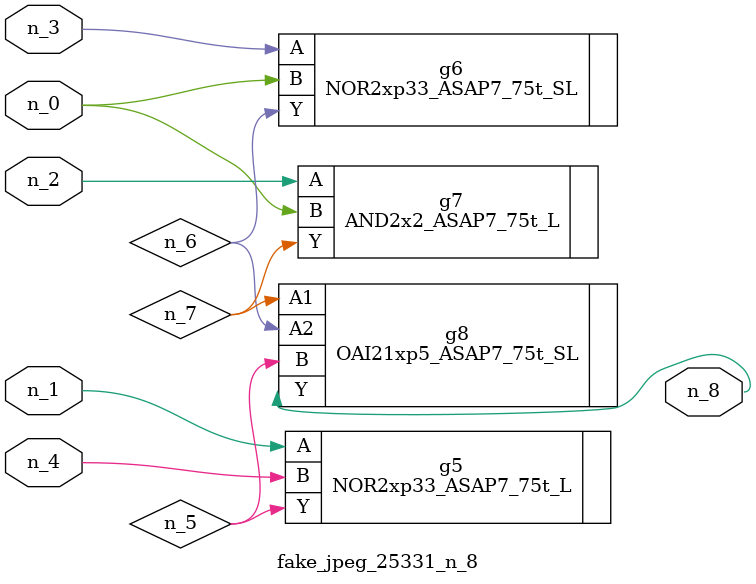
<source format=v>
module fake_jpeg_25331_n_8 (n_3, n_2, n_1, n_0, n_4, n_8);

input n_3;
input n_2;
input n_1;
input n_0;
input n_4;

output n_8;

wire n_6;
wire n_5;
wire n_7;

NOR2xp33_ASAP7_75t_L g5 ( 
.A(n_1),
.B(n_4),
.Y(n_5)
);

NOR2xp33_ASAP7_75t_SL g6 ( 
.A(n_3),
.B(n_0),
.Y(n_6)
);

AND2x2_ASAP7_75t_L g7 ( 
.A(n_2),
.B(n_0),
.Y(n_7)
);

OAI21xp5_ASAP7_75t_SL g8 ( 
.A1(n_7),
.A2(n_6),
.B(n_5),
.Y(n_8)
);


endmodule
</source>
